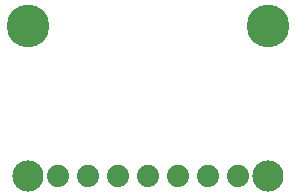
<source format=gbr>
G04 EAGLE Gerber RS-274X export*
G75*
%MOMM*%
%FSLAX34Y34*%
%LPD*%
%INSoldermask Bottom*%
%IPPOS*%
%AMOC8*
5,1,8,0,0,1.08239X$1,22.5*%
G01*
%ADD10C,2.641600*%
%ADD11C,3.617600*%
%ADD12C,1.879600*%


D10*
X25400Y25400D03*
X228600Y25400D03*
D11*
X25400Y152400D03*
X228600Y152400D03*
D12*
X50800Y25400D03*
X76200Y25400D03*
X101600Y25400D03*
X127000Y25400D03*
X152400Y25400D03*
X177800Y25400D03*
X203200Y25400D03*
M02*

</source>
